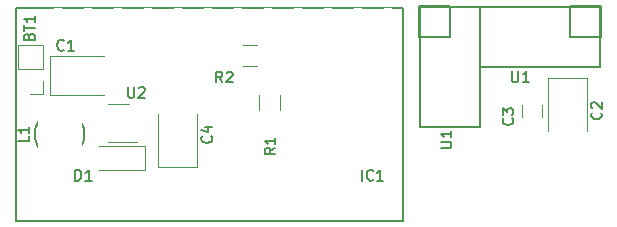
<source format=gto>
G04 #@! TF.GenerationSoftware,KiCad,Pcbnew,(2017-11-08 revision cd21218)-HEAD*
G04 #@! TF.CreationDate,2018-02-24T01:01:06+02:00*
G04 #@! TF.ProjectId,pro_mini,70726F5F6D696E692E6B696361645F70,rev?*
G04 #@! TF.SameCoordinates,Original*
G04 #@! TF.FileFunction,Legend,Top*
G04 #@! TF.FilePolarity,Positive*
%FSLAX46Y46*%
G04 Gerber Fmt 4.6, Leading zero omitted, Abs format (unit mm)*
G04 Created by KiCad (PCBNEW (2017-11-08 revision cd21218)-HEAD) date Sat Feb 24 01:01:06 2018*
%MOMM*%
%LPD*%
G01*
G04 APERTURE LIST*
%ADD10C,0.150000*%
%ADD11C,0.120000*%
%ADD12O,1.901140X2.599640*%
%ADD13O,2.400000X1.900000*%
%ADD14C,3.600000*%
%ADD15C,2.100000*%
%ADD16O,1.900000X2.400000*%
%ADD17R,2.350000X2.900000*%
%ADD18R,2.900000X2.350000*%
%ADD19R,1.650000X1.900000*%
%ADD20R,1.300000X1.600000*%
%ADD21R,3.800000X2.000000*%
%ADD22R,1.700000X1.900000*%
%ADD23R,1.900000X1.700000*%
%ADD24R,1.960000X1.050000*%
%ADD25R,1.750000X1.750000*%
%ADD26O,1.750000X1.750000*%
G04 APERTURE END LIST*
D10*
X110275001Y-90275001D02*
X143041001Y-90275001D01*
X143041001Y-108309001D02*
X110275001Y-108309001D01*
X110275001Y-90275001D02*
X110275001Y-108309001D01*
X143041001Y-108309001D02*
X143041001Y-90275001D01*
X149606000Y-100406200D02*
X147066000Y-100406200D01*
X149606000Y-90246200D02*
X149606000Y-100406200D01*
X144526000Y-90246200D02*
X149606000Y-90246200D01*
X144526000Y-97866200D02*
X144526000Y-90246200D01*
X147066000Y-92786200D02*
X147066000Y-90246200D01*
X144526000Y-92786200D02*
X147066000Y-92786200D01*
X144526000Y-100406200D02*
X147066000Y-100406200D01*
X144526000Y-97866200D02*
X144526000Y-100406200D01*
X144399000Y-90119200D02*
X147066000Y-90119200D01*
X144399000Y-92786200D02*
X144399000Y-90119200D01*
X157206000Y-90127000D02*
X159873000Y-90127000D01*
X159873000Y-90127000D02*
X159873000Y-92794000D01*
X152126000Y-90254000D02*
X149586000Y-90254000D01*
X149586000Y-90254000D02*
X149586000Y-92794000D01*
X157206000Y-90254000D02*
X157206000Y-92794000D01*
X157206000Y-92794000D02*
X159746000Y-92794000D01*
X152126000Y-90254000D02*
X159746000Y-90254000D01*
X159746000Y-90254000D02*
X159746000Y-95334000D01*
X159746000Y-95334000D02*
X149586000Y-95334000D01*
X149586000Y-95334000D02*
X149586000Y-92794000D01*
D11*
X113200000Y-94350000D02*
X113200000Y-97650000D01*
X113200000Y-97650000D02*
X117750000Y-97650000D01*
X113200000Y-94350000D02*
X117750000Y-94350000D01*
X158650000Y-96200000D02*
X158650000Y-100750000D01*
X155350000Y-96200000D02*
X155350000Y-100750000D01*
X158650000Y-96200000D02*
X155350000Y-96200000D01*
X154850000Y-99500000D02*
X154850000Y-98500000D01*
X153150000Y-98500000D02*
X153150000Y-99500000D01*
X122350000Y-103800000D02*
X122350000Y-99250000D01*
X125650000Y-103800000D02*
X125650000Y-99250000D01*
X122350000Y-103800000D02*
X125650000Y-103800000D01*
X121250000Y-104000000D02*
X121250000Y-102000000D01*
X121250000Y-102000000D02*
X117350000Y-102000000D01*
X121250000Y-104000000D02*
X117350000Y-104000000D01*
D10*
X115800000Y-102100000D02*
G75*
G03X115800000Y-99900000I-1800000J1100000D01*
G01*
X112200000Y-99900000D02*
G75*
G03X112200000Y-102100000I1800000J-1100000D01*
G01*
D11*
X130920600Y-98898000D02*
X130920600Y-97698000D01*
X132680600Y-97698000D02*
X132680600Y-98898000D01*
X130749600Y-95215600D02*
X129549600Y-95215600D01*
X129549600Y-93455600D02*
X130749600Y-93455600D01*
X119900000Y-98390000D02*
X118100000Y-98390000D01*
X118100000Y-101610000D02*
X120550000Y-101610000D01*
X112560000Y-93440000D02*
X110440000Y-93440000D01*
X112560000Y-95500000D02*
X112560000Y-93440000D01*
X110440000Y-95500000D02*
X110440000Y-93440000D01*
X112560000Y-95500000D02*
X110440000Y-95500000D01*
X112560000Y-96500000D02*
X112560000Y-97560000D01*
X112560000Y-97560000D02*
X111500000Y-97560000D01*
D10*
X139621428Y-104907142D02*
X139621428Y-104007142D01*
X140564285Y-104821428D02*
X140521428Y-104864285D01*
X140392857Y-104907142D01*
X140307142Y-104907142D01*
X140178571Y-104864285D01*
X140092857Y-104778571D01*
X140050000Y-104692857D01*
X140007142Y-104521428D01*
X140007142Y-104392857D01*
X140050000Y-104221428D01*
X140092857Y-104135714D01*
X140178571Y-104050000D01*
X140307142Y-104007142D01*
X140392857Y-104007142D01*
X140521428Y-104050000D01*
X140564285Y-104092857D01*
X141421428Y-104907142D02*
X140907142Y-104907142D01*
X141164285Y-104907142D02*
X141164285Y-104007142D01*
X141078571Y-104135714D01*
X140992857Y-104221428D01*
X140907142Y-104264285D01*
X146268342Y-102158714D02*
X146996914Y-102158714D01*
X147082628Y-102115857D01*
X147125485Y-102073000D01*
X147168342Y-101987285D01*
X147168342Y-101815857D01*
X147125485Y-101730142D01*
X147082628Y-101687285D01*
X146996914Y-101644428D01*
X146268342Y-101644428D01*
X147168342Y-100744428D02*
X147168342Y-101258714D01*
X147168342Y-101001571D02*
X146268342Y-101001571D01*
X146396914Y-101087285D01*
X146482628Y-101173000D01*
X146525485Y-101258714D01*
X152298485Y-95671542D02*
X152298485Y-96400114D01*
X152341342Y-96485828D01*
X152384200Y-96528685D01*
X152469914Y-96571542D01*
X152641342Y-96571542D01*
X152727057Y-96528685D01*
X152769914Y-96485828D01*
X152812771Y-96400114D01*
X152812771Y-95671542D01*
X153712771Y-96571542D02*
X153198485Y-96571542D01*
X153455628Y-96571542D02*
X153455628Y-95671542D01*
X153369914Y-95800114D01*
X153284200Y-95885828D01*
X153198485Y-95928685D01*
X114350000Y-93821428D02*
X114307142Y-93864285D01*
X114178571Y-93907142D01*
X114092857Y-93907142D01*
X113964285Y-93864285D01*
X113878571Y-93778571D01*
X113835714Y-93692857D01*
X113792857Y-93521428D01*
X113792857Y-93392857D01*
X113835714Y-93221428D01*
X113878571Y-93135714D01*
X113964285Y-93050000D01*
X114092857Y-93007142D01*
X114178571Y-93007142D01*
X114307142Y-93050000D01*
X114350000Y-93092857D01*
X115207142Y-93907142D02*
X114692857Y-93907142D01*
X114950000Y-93907142D02*
X114950000Y-93007142D01*
X114864285Y-93135714D01*
X114778571Y-93221428D01*
X114692857Y-93264285D01*
X159821428Y-99150000D02*
X159864285Y-99192857D01*
X159907142Y-99321428D01*
X159907142Y-99407142D01*
X159864285Y-99535714D01*
X159778571Y-99621428D01*
X159692857Y-99664285D01*
X159521428Y-99707142D01*
X159392857Y-99707142D01*
X159221428Y-99664285D01*
X159135714Y-99621428D01*
X159050000Y-99535714D01*
X159007142Y-99407142D01*
X159007142Y-99321428D01*
X159050000Y-99192857D01*
X159092857Y-99150000D01*
X159092857Y-98807142D02*
X159050000Y-98764285D01*
X159007142Y-98678571D01*
X159007142Y-98464285D01*
X159050000Y-98378571D01*
X159092857Y-98335714D01*
X159178571Y-98292857D01*
X159264285Y-98292857D01*
X159392857Y-98335714D01*
X159907142Y-98850000D01*
X159907142Y-98292857D01*
X152321428Y-99650000D02*
X152364285Y-99692857D01*
X152407142Y-99821428D01*
X152407142Y-99907142D01*
X152364285Y-100035714D01*
X152278571Y-100121428D01*
X152192857Y-100164285D01*
X152021428Y-100207142D01*
X151892857Y-100207142D01*
X151721428Y-100164285D01*
X151635714Y-100121428D01*
X151550000Y-100035714D01*
X151507142Y-99907142D01*
X151507142Y-99821428D01*
X151550000Y-99692857D01*
X151592857Y-99650000D01*
X151507142Y-99350000D02*
X151507142Y-98792857D01*
X151850000Y-99092857D01*
X151850000Y-98964285D01*
X151892857Y-98878571D01*
X151935714Y-98835714D01*
X152021428Y-98792857D01*
X152235714Y-98792857D01*
X152321428Y-98835714D01*
X152364285Y-98878571D01*
X152407142Y-98964285D01*
X152407142Y-99221428D01*
X152364285Y-99307142D01*
X152321428Y-99350000D01*
X126821428Y-101150000D02*
X126864285Y-101192857D01*
X126907142Y-101321428D01*
X126907142Y-101407142D01*
X126864285Y-101535714D01*
X126778571Y-101621428D01*
X126692857Y-101664285D01*
X126521428Y-101707142D01*
X126392857Y-101707142D01*
X126221428Y-101664285D01*
X126135714Y-101621428D01*
X126050000Y-101535714D01*
X126007142Y-101407142D01*
X126007142Y-101321428D01*
X126050000Y-101192857D01*
X126092857Y-101150000D01*
X126307142Y-100378571D02*
X126907142Y-100378571D01*
X125964285Y-100592857D02*
X126607142Y-100807142D01*
X126607142Y-100250000D01*
X115335714Y-104907142D02*
X115335714Y-104007142D01*
X115550000Y-104007142D01*
X115678571Y-104050000D01*
X115764285Y-104135714D01*
X115807142Y-104221428D01*
X115850000Y-104392857D01*
X115850000Y-104521428D01*
X115807142Y-104692857D01*
X115764285Y-104778571D01*
X115678571Y-104864285D01*
X115550000Y-104907142D01*
X115335714Y-104907142D01*
X116707142Y-104907142D02*
X116192857Y-104907142D01*
X116450000Y-104907142D02*
X116450000Y-104007142D01*
X116364285Y-104135714D01*
X116278571Y-104221428D01*
X116192857Y-104264285D01*
X111407142Y-101150000D02*
X111407142Y-101578571D01*
X110507142Y-101578571D01*
X111407142Y-100378571D02*
X111407142Y-100892857D01*
X111407142Y-100635714D02*
X110507142Y-100635714D01*
X110635714Y-100721428D01*
X110721428Y-100807142D01*
X110764285Y-100892857D01*
X132258542Y-102131000D02*
X131829971Y-102431000D01*
X132258542Y-102645285D02*
X131358542Y-102645285D01*
X131358542Y-102302428D01*
X131401400Y-102216714D01*
X131444257Y-102173857D01*
X131529971Y-102131000D01*
X131658542Y-102131000D01*
X131744257Y-102173857D01*
X131787114Y-102216714D01*
X131829971Y-102302428D01*
X131829971Y-102645285D01*
X132258542Y-101273857D02*
X132258542Y-101788142D01*
X132258542Y-101531000D02*
X131358542Y-101531000D01*
X131487114Y-101616714D01*
X131572828Y-101702428D01*
X131615685Y-101788142D01*
X127789800Y-96596942D02*
X127489800Y-96168371D01*
X127275514Y-96596942D02*
X127275514Y-95696942D01*
X127618371Y-95696942D01*
X127704085Y-95739800D01*
X127746942Y-95782657D01*
X127789800Y-95868371D01*
X127789800Y-95996942D01*
X127746942Y-96082657D01*
X127704085Y-96125514D01*
X127618371Y-96168371D01*
X127275514Y-96168371D01*
X128132657Y-95782657D02*
X128175514Y-95739800D01*
X128261228Y-95696942D01*
X128475514Y-95696942D01*
X128561228Y-95739800D01*
X128604085Y-95782657D01*
X128646942Y-95868371D01*
X128646942Y-95954085D01*
X128604085Y-96082657D01*
X128089800Y-96596942D01*
X128646942Y-96596942D01*
X119814285Y-97007142D02*
X119814285Y-97735714D01*
X119857142Y-97821428D01*
X119900000Y-97864285D01*
X119985714Y-97907142D01*
X120157142Y-97907142D01*
X120242857Y-97864285D01*
X120285714Y-97821428D01*
X120328571Y-97735714D01*
X120328571Y-97007142D01*
X120714285Y-97092857D02*
X120757142Y-97050000D01*
X120842857Y-97007142D01*
X121057142Y-97007142D01*
X121142857Y-97050000D01*
X121185714Y-97092857D01*
X121228571Y-97178571D01*
X121228571Y-97264285D01*
X121185714Y-97392857D01*
X120671428Y-97907142D01*
X121228571Y-97907142D01*
X111435714Y-92707142D02*
X111478571Y-92578571D01*
X111521428Y-92535714D01*
X111607142Y-92492857D01*
X111735714Y-92492857D01*
X111821428Y-92535714D01*
X111864285Y-92578571D01*
X111907142Y-92664285D01*
X111907142Y-93007142D01*
X111007142Y-93007142D01*
X111007142Y-92707142D01*
X111050000Y-92621428D01*
X111092857Y-92578571D01*
X111178571Y-92535714D01*
X111264285Y-92535714D01*
X111350000Y-92578571D01*
X111392857Y-92621428D01*
X111435714Y-92707142D01*
X111435714Y-93007142D01*
X111007142Y-92235714D02*
X111007142Y-91721428D01*
X111907142Y-91978571D02*
X111007142Y-91978571D01*
X111907142Y-90950000D02*
X111907142Y-91464285D01*
X111907142Y-91207142D02*
X111007142Y-91207142D01*
X111135714Y-91292857D01*
X111221428Y-91378571D01*
X111264285Y-91464285D01*
%LPC*%
D12*
X122721001Y-94085001D03*
X125261001Y-94085001D03*
X113831001Y-91545001D03*
X116371001Y-91545001D03*
X118911001Y-91545001D03*
X121451001Y-91545001D03*
X123991001Y-91545001D03*
X126531001Y-91545001D03*
X129071001Y-91545001D03*
X131611001Y-91545001D03*
X134151001Y-91545001D03*
X136691001Y-91545001D03*
X139231001Y-91545001D03*
X141771001Y-91545001D03*
X141771001Y-106785001D03*
X139231001Y-106785001D03*
X136691001Y-106785001D03*
X134151001Y-106785001D03*
X131611001Y-106785001D03*
X129071001Y-106785001D03*
X126531001Y-106785001D03*
X123991001Y-106785001D03*
X121451001Y-106785001D03*
X118911001Y-106785001D03*
X116371001Y-106785001D03*
X113831001Y-106785001D03*
D13*
X148336000Y-91516200D03*
X145796000Y-91516200D03*
X148336000Y-94056200D03*
X145796000Y-94056200D03*
X148336000Y-96596200D03*
X145796000Y-96596200D03*
X148336000Y-99136200D03*
X145796000Y-99136200D03*
D14*
X137000000Y-98500000D03*
D15*
X141980000Y-117620000D03*
X139440000Y-117620000D03*
X136900000Y-117620000D03*
X134360000Y-117620000D03*
X131820000Y-117620000D03*
X129280000Y-117620000D03*
X126740000Y-117620000D03*
X124200000Y-117620000D03*
X121660000Y-117620000D03*
X119120000Y-117620000D03*
X116580000Y-117620000D03*
X114040000Y-117620000D03*
X111500000Y-117620000D03*
X141980000Y-115080000D03*
X139440000Y-115080000D03*
X136900000Y-115080000D03*
X134360000Y-115080000D03*
X131820000Y-115080000D03*
X129280000Y-115080000D03*
X126740000Y-115080000D03*
X124200000Y-115080000D03*
X121660000Y-115080000D03*
X119120000Y-115080000D03*
X116580000Y-115080000D03*
X114040000Y-115080000D03*
X111500000Y-115080000D03*
X141980000Y-112540000D03*
X139440000Y-112540000D03*
X136900000Y-112540000D03*
X134360000Y-112540000D03*
X131820000Y-112540000D03*
X129280000Y-112540000D03*
X126740000Y-112540000D03*
X124200000Y-112540000D03*
X121660000Y-112540000D03*
X119120000Y-112540000D03*
X116580000Y-112540000D03*
X114040000Y-112540000D03*
X111500000Y-112540000D03*
X141980000Y-110000000D03*
X139440000Y-110000000D03*
X136900000Y-110000000D03*
X134360000Y-110000000D03*
X131820000Y-110000000D03*
X129280000Y-110000000D03*
X126740000Y-110000000D03*
X124200000Y-110000000D03*
X121660000Y-110000000D03*
X119120000Y-110000000D03*
X116580000Y-110000000D03*
X114040000Y-110000000D03*
X111500000Y-110000000D03*
D16*
X150856000Y-91524000D03*
X150856000Y-94064000D03*
X153396000Y-91524000D03*
X153396000Y-94064000D03*
X155936000Y-91524000D03*
X155936000Y-94064000D03*
X158476000Y-91524000D03*
X158476000Y-94064000D03*
D17*
X117525000Y-96000000D03*
X114475000Y-96000000D03*
D18*
X157000000Y-97475000D03*
X157000000Y-100525000D03*
D19*
X154000000Y-97750000D03*
X154000000Y-100250000D03*
D18*
X124000000Y-102525000D03*
X124000000Y-99475000D03*
D20*
X120650000Y-103000000D03*
X117350000Y-103000000D03*
D21*
X114000000Y-102200000D03*
X114000000Y-99800000D03*
D22*
X131800600Y-96948000D03*
X131800600Y-99648000D03*
D23*
X128799600Y-94335600D03*
X131499600Y-94335600D03*
D24*
X120350000Y-100950000D03*
X120350000Y-100000000D03*
X120350000Y-99050000D03*
X117650000Y-99050000D03*
X117650000Y-100950000D03*
D25*
X111500000Y-96500000D03*
D26*
X111500000Y-94500000D03*
M02*

</source>
